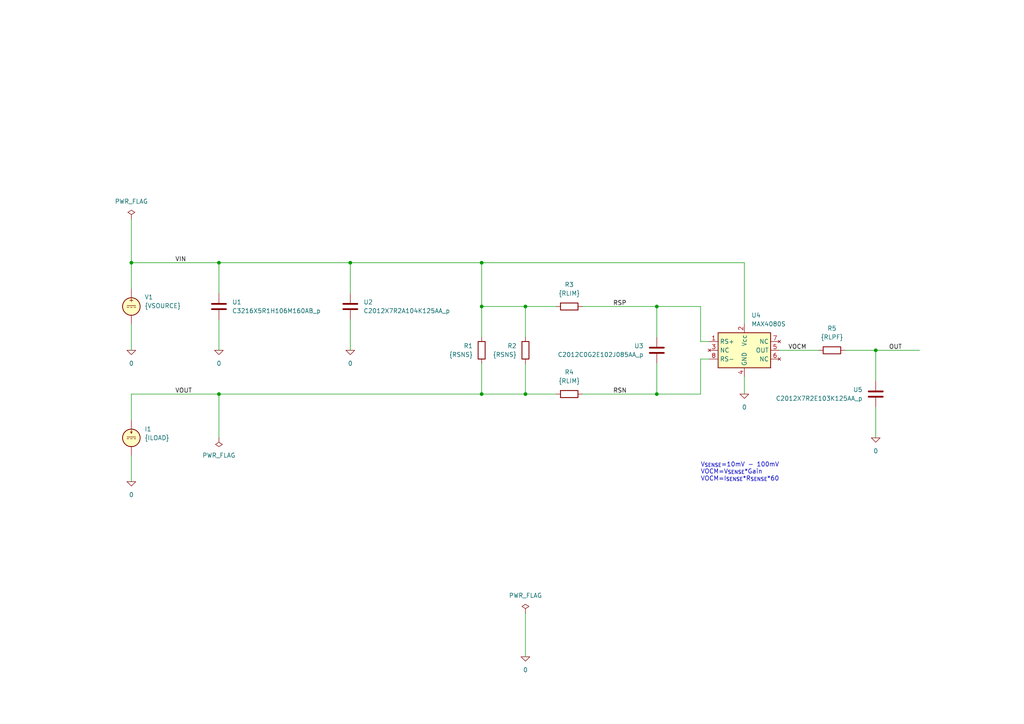
<source format=kicad_sch>
(kicad_sch
	(version 20231120)
	(generator "eeschema")
	(generator_version "8.0")
	(uuid "7f69f9bb-67db-4e8a-8955-fe2b4df57bc0")
	(paper "A4")
	(title_block
		(title "76V, High-Side, Current-Sense Amplifiers with Voltage Output")
		(date "2024-10-09")
		(rev "1")
		(company "astroelectronic@")
		(comment 1 "-")
		(comment 2 "-")
		(comment 3 "-")
		(comment 4 "AE01001468")
	)
	(lib_symbols
		(symbol "MAX4080S:0"
			(power)
			(pin_names
				(offset 0)
			)
			(exclude_from_sim no)
			(in_bom yes)
			(on_board yes)
			(property "Reference" "#GND"
				(at 0 -2.54 0)
				(effects
					(font
						(size 1.27 1.27)
					)
					(hide yes)
				)
			)
			(property "Value" "0"
				(at 0 -1.778 0)
				(effects
					(font
						(size 1.27 1.27)
					)
				)
			)
			(property "Footprint" ""
				(at 0 0 0)
				(effects
					(font
						(size 1.27 1.27)
					)
					(hide yes)
				)
			)
			(property "Datasheet" "~"
				(at 0 0 0)
				(effects
					(font
						(size 1.27 1.27)
					)
					(hide yes)
				)
			)
			(property "Description" "0V reference potential for simulation"
				(at 0 0 0)
				(effects
					(font
						(size 1.27 1.27)
					)
					(hide yes)
				)
			)
			(property "ki_keywords" "simulation"
				(at 0 0 0)
				(effects
					(font
						(size 1.27 1.27)
					)
					(hide yes)
				)
			)
			(symbol "0_0_1"
				(polyline
					(pts
						(xy -1.27 0) (xy 0 -1.27) (xy 1.27 0) (xy -1.27 0)
					)
					(stroke
						(width 0)
						(type default)
					)
					(fill
						(type none)
					)
				)
			)
			(symbol "0_1_1"
				(pin power_in line
					(at 0 0 0)
					(length 0) hide
					(name "0"
						(effects
							(font
								(size 1.016 1.016)
							)
						)
					)
					(number "1"
						(effects
							(font
								(size 1.016 1.016)
							)
						)
					)
				)
			)
		)
		(symbol "MAX4080S:C"
			(pin_numbers hide)
			(pin_names
				(offset 0.254)
			)
			(exclude_from_sim no)
			(in_bom yes)
			(on_board yes)
			(property "Reference" "C"
				(at 0.635 2.54 0)
				(effects
					(font
						(size 1.27 1.27)
					)
					(justify left)
				)
			)
			(property "Value" "C"
				(at 0.635 -2.54 0)
				(effects
					(font
						(size 1.27 1.27)
					)
					(justify left)
				)
			)
			(property "Footprint" ""
				(at 0.9652 -3.81 0)
				(effects
					(font
						(size 1.27 1.27)
					)
					(hide yes)
				)
			)
			(property "Datasheet" "~"
				(at 0 0 0)
				(effects
					(font
						(size 1.27 1.27)
					)
					(hide yes)
				)
			)
			(property "Description" "Unpolarized capacitor"
				(at 0 0 0)
				(effects
					(font
						(size 1.27 1.27)
					)
					(hide yes)
				)
			)
			(property "ki_keywords" "cap capacitor"
				(at 0 0 0)
				(effects
					(font
						(size 1.27 1.27)
					)
					(hide yes)
				)
			)
			(property "ki_fp_filters" "C_*"
				(at 0 0 0)
				(effects
					(font
						(size 1.27 1.27)
					)
					(hide yes)
				)
			)
			(symbol "C_0_1"
				(polyline
					(pts
						(xy -2.032 -0.762) (xy 2.032 -0.762)
					)
					(stroke
						(width 0.508)
						(type default)
					)
					(fill
						(type none)
					)
				)
				(polyline
					(pts
						(xy -2.032 0.762) (xy 2.032 0.762)
					)
					(stroke
						(width 0.508)
						(type default)
					)
					(fill
						(type none)
					)
				)
			)
			(symbol "C_1_1"
				(pin passive line
					(at 0 3.81 270)
					(length 2.794)
					(name "~"
						(effects
							(font
								(size 1.27 1.27)
							)
						)
					)
					(number "1"
						(effects
							(font
								(size 1.27 1.27)
							)
						)
					)
				)
				(pin passive line
					(at 0 -3.81 90)
					(length 2.794)
					(name "~"
						(effects
							(font
								(size 1.27 1.27)
							)
						)
					)
					(number "2"
						(effects
							(font
								(size 1.27 1.27)
							)
						)
					)
				)
			)
		)
		(symbol "MAX4080S:IDC"
			(pin_numbers hide)
			(pin_names
				(offset 0.0254)
			)
			(exclude_from_sim no)
			(in_bom yes)
			(on_board yes)
			(property "Reference" "I"
				(at 2.54 2.54 0)
				(effects
					(font
						(size 1.27 1.27)
					)
					(justify left)
				)
			)
			(property "Value" "1"
				(at 2.54 0 0)
				(effects
					(font
						(size 1.27 1.27)
					)
					(justify left)
				)
			)
			(property "Footprint" ""
				(at 0 0 0)
				(effects
					(font
						(size 1.27 1.27)
					)
					(hide yes)
				)
			)
			(property "Datasheet" "~"
				(at 0 0 0)
				(effects
					(font
						(size 1.27 1.27)
					)
					(hide yes)
				)
			)
			(property "Description" "Current source, DC"
				(at 0 0 0)
				(effects
					(font
						(size 1.27 1.27)
					)
					(hide yes)
				)
			)
			(property "Sim.Pins" "1=+ 2=-"
				(at 0 0 0)
				(effects
					(font
						(size 1.27 1.27)
					)
					(hide yes)
				)
			)
			(property "Sim.Type" "DC"
				(at 0 0 0)
				(effects
					(font
						(size 1.27 1.27)
					)
					(hide yes)
				)
			)
			(property "Sim.Device" "I"
				(at 0 0 0)
				(effects
					(font
						(size 1.27 1.27)
					)
					(justify left)
					(hide yes)
				)
			)
			(property "Spice_Netlist_Enabled" "Y"
				(at 0 0 0)
				(effects
					(font
						(size 1.27 1.27)
					)
					(justify left)
					(hide yes)
				)
			)
			(property "ki_keywords" "simulation"
				(at 0 0 0)
				(effects
					(font
						(size 1.27 1.27)
					)
					(hide yes)
				)
			)
			(symbol "IDC_0_0"
				(polyline
					(pts
						(xy -1.27 0.254) (xy 1.27 0.254)
					)
					(stroke
						(width 0)
						(type default)
					)
					(fill
						(type none)
					)
				)
				(polyline
					(pts
						(xy -0.762 -0.254) (xy -1.27 -0.254)
					)
					(stroke
						(width 0)
						(type default)
					)
					(fill
						(type none)
					)
				)
				(polyline
					(pts
						(xy 0.254 -0.254) (xy -0.254 -0.254)
					)
					(stroke
						(width 0)
						(type default)
					)
					(fill
						(type none)
					)
				)
				(polyline
					(pts
						(xy 1.27 -0.254) (xy 0.762 -0.254)
					)
					(stroke
						(width 0)
						(type default)
					)
					(fill
						(type none)
					)
				)
			)
			(symbol "IDC_0_1"
				(polyline
					(pts
						(xy 0 1.27) (xy 0 2.286)
					)
					(stroke
						(width 0)
						(type default)
					)
					(fill
						(type none)
					)
				)
				(polyline
					(pts
						(xy -0.254 1.778) (xy 0 1.27) (xy 0.254 1.778)
					)
					(stroke
						(width 0)
						(type default)
					)
					(fill
						(type none)
					)
				)
				(circle
					(center 0 0)
					(radius 2.54)
					(stroke
						(width 0.254)
						(type default)
					)
					(fill
						(type background)
					)
				)
			)
			(symbol "IDC_1_1"
				(pin passive line
					(at 0 5.08 270)
					(length 2.54)
					(name "~"
						(effects
							(font
								(size 1.27 1.27)
							)
						)
					)
					(number "1"
						(effects
							(font
								(size 1.27 1.27)
							)
						)
					)
				)
				(pin passive line
					(at 0 -5.08 90)
					(length 2.54)
					(name "~"
						(effects
							(font
								(size 1.27 1.27)
							)
						)
					)
					(number "2"
						(effects
							(font
								(size 1.27 1.27)
							)
						)
					)
				)
			)
		)
		(symbol "MAX4080S:MAX4080S"
			(exclude_from_sim no)
			(in_bom yes)
			(on_board yes)
			(property "Reference" "U"
				(at -7.62 6.35 0)
				(effects
					(font
						(size 1.27 1.27)
					)
					(justify left)
				)
			)
			(property "Value" "MAX4080S"
				(at 2.54 6.35 0)
				(effects
					(font
						(size 1.27 1.27)
					)
					(justify left)
				)
			)
			(property "Footprint" ""
				(at 16.51 -17.78 0)
				(effects
					(font
						(size 1.27 1.27)
					)
					(hide yes)
				)
			)
			(property "Datasheet" "http://datasheets.maximintegrated.com/en/ds/MAX4080-MAX4081.pdf"
				(at 0 10.16 0)
				(effects
					(font
						(size 1.27 1.27)
					)
					(hide yes)
				)
			)
			(property "Description" "76V, High-Side, Current-Sense Amplifiers with Voltage Output, Unidirectional, 5V/V Gain, SOIC-8/uMAX-8"
				(at 0 0 0)
				(effects
					(font
						(size 1.27 1.27)
					)
					(hide yes)
				)
			)
			(property "ki_keywords" "current sense amplifier"
				(at 0 0 0)
				(effects
					(font
						(size 1.27 1.27)
					)
					(hide yes)
				)
			)
			(property "ki_fp_filters" "SOIC*3.9x4.9mm*P1.27mm* MSOP*3x3mm*P0.65mm*"
				(at 0 0 0)
				(effects
					(font
						(size 1.27 1.27)
					)
					(hide yes)
				)
			)
			(symbol "MAX4080S_0_1"
				(rectangle
					(start -7.62 5.08)
					(end 7.62 -5.08)
					(stroke
						(width 0.254)
						(type default)
					)
					(fill
						(type background)
					)
				)
			)
			(symbol "MAX4080S_1_1"
				(pin passive line
					(at -10.16 2.54 0)
					(length 2.54)
					(name "RS+"
						(effects
							(font
								(size 1.27 1.27)
							)
						)
					)
					(number "1"
						(effects
							(font
								(size 1.27 1.27)
							)
						)
					)
				)
				(pin passive line
					(at 0 7.62 270)
					(length 2.54)
					(name "Vcc"
						(effects
							(font
								(size 1.27 1.27)
							)
						)
					)
					(number "2"
						(effects
							(font
								(size 1.27 1.27)
							)
						)
					)
				)
				(pin no_connect line
					(at -10.16 0 0)
					(length 2.54)
					(name "NC"
						(effects
							(font
								(size 1.27 1.27)
							)
						)
					)
					(number "3"
						(effects
							(font
								(size 1.27 1.27)
							)
						)
					)
				)
				(pin passive line
					(at 0 -7.62 90)
					(length 2.54)
					(name "GND"
						(effects
							(font
								(size 1.27 1.27)
							)
						)
					)
					(number "4"
						(effects
							(font
								(size 1.27 1.27)
							)
						)
					)
				)
				(pin passive line
					(at 10.16 0 180)
					(length 2.54)
					(name "OUT"
						(effects
							(font
								(size 1.27 1.27)
							)
						)
					)
					(number "5"
						(effects
							(font
								(size 1.27 1.27)
							)
						)
					)
				)
				(pin no_connect line
					(at 10.16 -2.54 180)
					(length 2.54)
					(name "NC"
						(effects
							(font
								(size 1.27 1.27)
							)
						)
					)
					(number "6"
						(effects
							(font
								(size 1.27 1.27)
							)
						)
					)
				)
				(pin no_connect line
					(at 10.16 2.54 180)
					(length 2.54)
					(name "NC"
						(effects
							(font
								(size 1.27 1.27)
							)
						)
					)
					(number "7"
						(effects
							(font
								(size 1.27 1.27)
							)
						)
					)
				)
				(pin passive line
					(at -10.16 -2.54 0)
					(length 2.54)
					(name "RS-"
						(effects
							(font
								(size 1.27 1.27)
							)
						)
					)
					(number "8"
						(effects
							(font
								(size 1.27 1.27)
							)
						)
					)
				)
			)
		)
		(symbol "MAX4080S:PWR_FLAG"
			(power)
			(pin_numbers hide)
			(pin_names
				(offset 0) hide)
			(exclude_from_sim no)
			(in_bom yes)
			(on_board yes)
			(property "Reference" "#FLG"
				(at 0 1.905 0)
				(effects
					(font
						(size 1.27 1.27)
					)
					(hide yes)
				)
			)
			(property "Value" "PWR_FLAG"
				(at 0 3.81 0)
				(effects
					(font
						(size 1.27 1.27)
					)
				)
			)
			(property "Footprint" ""
				(at 0 0 0)
				(effects
					(font
						(size 1.27 1.27)
					)
					(hide yes)
				)
			)
			(property "Datasheet" "~"
				(at 0 0 0)
				(effects
					(font
						(size 1.27 1.27)
					)
					(hide yes)
				)
			)
			(property "Description" "Special symbol for telling ERC where power comes from"
				(at 0 0 0)
				(effects
					(font
						(size 1.27 1.27)
					)
					(hide yes)
				)
			)
			(property "ki_keywords" "flag power"
				(at 0 0 0)
				(effects
					(font
						(size 1.27 1.27)
					)
					(hide yes)
				)
			)
			(symbol "PWR_FLAG_0_0"
				(pin power_out line
					(at 0 0 90)
					(length 0)
					(name "pwr"
						(effects
							(font
								(size 1.27 1.27)
							)
						)
					)
					(number "1"
						(effects
							(font
								(size 1.27 1.27)
							)
						)
					)
				)
			)
			(symbol "PWR_FLAG_0_1"
				(polyline
					(pts
						(xy 0 0) (xy 0 1.27) (xy -1.016 1.905) (xy 0 2.54) (xy 1.016 1.905) (xy 0 1.27)
					)
					(stroke
						(width 0)
						(type default)
					)
					(fill
						(type none)
					)
				)
			)
		)
		(symbol "MAX4080S:R"
			(pin_numbers hide)
			(pin_names
				(offset 0)
			)
			(exclude_from_sim no)
			(in_bom yes)
			(on_board yes)
			(property "Reference" "R"
				(at 2.032 0 90)
				(effects
					(font
						(size 1.27 1.27)
					)
				)
			)
			(property "Value" "R"
				(at 0 0 90)
				(effects
					(font
						(size 1.27 1.27)
					)
				)
			)
			(property "Footprint" ""
				(at -1.778 0 90)
				(effects
					(font
						(size 1.27 1.27)
					)
					(hide yes)
				)
			)
			(property "Datasheet" "~"
				(at 0 0 0)
				(effects
					(font
						(size 1.27 1.27)
					)
					(hide yes)
				)
			)
			(property "Description" "Resistor"
				(at 0 0 0)
				(effects
					(font
						(size 1.27 1.27)
					)
					(hide yes)
				)
			)
			(property "ki_keywords" "R res resistor"
				(at 0 0 0)
				(effects
					(font
						(size 1.27 1.27)
					)
					(hide yes)
				)
			)
			(property "ki_fp_filters" "R_*"
				(at 0 0 0)
				(effects
					(font
						(size 1.27 1.27)
					)
					(hide yes)
				)
			)
			(symbol "R_0_1"
				(rectangle
					(start -1.016 -2.54)
					(end 1.016 2.54)
					(stroke
						(width 0.254)
						(type default)
					)
					(fill
						(type none)
					)
				)
			)
			(symbol "R_1_1"
				(pin passive line
					(at 0 3.81 270)
					(length 1.27)
					(name "~"
						(effects
							(font
								(size 1.27 1.27)
							)
						)
					)
					(number "1"
						(effects
							(font
								(size 1.27 1.27)
							)
						)
					)
				)
				(pin passive line
					(at 0 -3.81 90)
					(length 1.27)
					(name "~"
						(effects
							(font
								(size 1.27 1.27)
							)
						)
					)
					(number "2"
						(effects
							(font
								(size 1.27 1.27)
							)
						)
					)
				)
			)
		)
		(symbol "MAX4080S:VDC"
			(pin_numbers hide)
			(pin_names
				(offset 0.0254)
			)
			(exclude_from_sim no)
			(in_bom yes)
			(on_board yes)
			(property "Reference" "V"
				(at 2.54 2.54 0)
				(effects
					(font
						(size 1.27 1.27)
					)
					(justify left)
				)
			)
			(property "Value" "1"
				(at 2.54 0 0)
				(effects
					(font
						(size 1.27 1.27)
					)
					(justify left)
				)
			)
			(property "Footprint" ""
				(at 0 0 0)
				(effects
					(font
						(size 1.27 1.27)
					)
					(hide yes)
				)
			)
			(property "Datasheet" "~"
				(at 0 0 0)
				(effects
					(font
						(size 1.27 1.27)
					)
					(hide yes)
				)
			)
			(property "Description" "Voltage source, DC"
				(at 0 0 0)
				(effects
					(font
						(size 1.27 1.27)
					)
					(hide yes)
				)
			)
			(property "Sim.Pins" "1=+ 2=-"
				(at 0 0 0)
				(effects
					(font
						(size 1.27 1.27)
					)
					(hide yes)
				)
			)
			(property "Sim.Type" "DC"
				(at 0 0 0)
				(effects
					(font
						(size 1.27 1.27)
					)
					(hide yes)
				)
			)
			(property "Sim.Device" "V"
				(at 0 0 0)
				(effects
					(font
						(size 1.27 1.27)
					)
					(justify left)
					(hide yes)
				)
			)
			(property "Spice_Netlist_Enabled" "Y"
				(at 0 0 0)
				(effects
					(font
						(size 1.27 1.27)
					)
					(justify left)
					(hide yes)
				)
			)
			(property "ki_keywords" "simulation"
				(at 0 0 0)
				(effects
					(font
						(size 1.27 1.27)
					)
					(hide yes)
				)
			)
			(symbol "VDC_0_0"
				(polyline
					(pts
						(xy -1.27 0.254) (xy 1.27 0.254)
					)
					(stroke
						(width 0)
						(type default)
					)
					(fill
						(type none)
					)
				)
				(polyline
					(pts
						(xy -0.762 -0.254) (xy -1.27 -0.254)
					)
					(stroke
						(width 0)
						(type default)
					)
					(fill
						(type none)
					)
				)
				(polyline
					(pts
						(xy 0.254 -0.254) (xy -0.254 -0.254)
					)
					(stroke
						(width 0)
						(type default)
					)
					(fill
						(type none)
					)
				)
				(polyline
					(pts
						(xy 1.27 -0.254) (xy 0.762 -0.254)
					)
					(stroke
						(width 0)
						(type default)
					)
					(fill
						(type none)
					)
				)
				(text "+"
					(at 0 1.905 0)
					(effects
						(font
							(size 1.27 1.27)
						)
					)
				)
			)
			(symbol "VDC_0_1"
				(circle
					(center 0 0)
					(radius 2.54)
					(stroke
						(width 0.254)
						(type default)
					)
					(fill
						(type background)
					)
				)
			)
			(symbol "VDC_1_1"
				(pin passive line
					(at 0 5.08 270)
					(length 2.54)
					(name "~"
						(effects
							(font
								(size 1.27 1.27)
							)
						)
					)
					(number "1"
						(effects
							(font
								(size 1.27 1.27)
							)
						)
					)
				)
				(pin passive line
					(at 0 -5.08 90)
					(length 2.54)
					(name "~"
						(effects
							(font
								(size 1.27 1.27)
							)
						)
					)
					(number "2"
						(effects
							(font
								(size 1.27 1.27)
							)
						)
					)
				)
			)
		)
	)
	(junction
		(at 63.5 76.2)
		(diameter 0)
		(color 0 0 0 0)
		(uuid "02460e1e-5cb5-4e1b-8092-24c9d93445d1")
	)
	(junction
		(at 152.4 88.9)
		(diameter 0)
		(color 0 0 0 0)
		(uuid "16e4f8d8-bc64-414f-a7d1-40823c1ed56d")
	)
	(junction
		(at 139.7 76.2)
		(diameter 0)
		(color 0 0 0 0)
		(uuid "471c82d8-5a53-4735-b8ac-985cb47f64b5")
	)
	(junction
		(at 152.4 114.3)
		(diameter 0)
		(color 0 0 0 0)
		(uuid "5303665b-5217-453c-90ba-c09c96009326")
	)
	(junction
		(at 38.1 76.2)
		(diameter 0)
		(color 0 0 0 0)
		(uuid "75fd4fd2-7d1c-4f55-b4c0-307a3dff41b5")
	)
	(junction
		(at 139.7 88.9)
		(diameter 0)
		(color 0 0 0 0)
		(uuid "87c8d5ff-ae40-4860-9c4d-511cd5305f94")
	)
	(junction
		(at 139.7 114.3)
		(diameter 0)
		(color 0 0 0 0)
		(uuid "89d25a62-804b-40de-b44d-9657880dcfc7")
	)
	(junction
		(at 190.5 114.3)
		(diameter 0)
		(color 0 0 0 0)
		(uuid "a0ace739-230c-42d8-9dff-6be671571f82")
	)
	(junction
		(at 101.6 76.2)
		(diameter 0)
		(color 0 0 0 0)
		(uuid "b0fbb74d-1710-40ef-b52e-a4c4520f1c29")
	)
	(junction
		(at 63.5 114.3)
		(diameter 0)
		(color 0 0 0 0)
		(uuid "c1c181f7-d5fd-4062-add4-b6fb5643f787")
	)
	(junction
		(at 254 101.6)
		(diameter 0)
		(color 0 0 0 0)
		(uuid "d416e7aa-6663-4df7-a7e3-b9b0be1d3a57")
	)
	(junction
		(at 190.5 88.9)
		(diameter 0)
		(color 0 0 0 0)
		(uuid "e936ff93-affa-4500-a742-eb4a87453d67")
	)
	(wire
		(pts
			(xy 139.7 88.9) (xy 139.7 76.2)
		)
		(stroke
			(width 0)
			(type default)
		)
		(uuid "07e52868-d980-466a-8c85-944265b076dd")
	)
	(wire
		(pts
			(xy 152.4 114.3) (xy 152.4 105.41)
		)
		(stroke
			(width 0)
			(type default)
		)
		(uuid "1c0a3026-d64d-46f8-9bd2-ea58d72c5b22")
	)
	(wire
		(pts
			(xy 63.5 114.3) (xy 139.7 114.3)
		)
		(stroke
			(width 0)
			(type default)
		)
		(uuid "1ca77033-fe08-4c1b-9525-8e0e4b72e5ce")
	)
	(wire
		(pts
			(xy 215.9 76.2) (xy 215.9 93.98)
		)
		(stroke
			(width 0)
			(type default)
		)
		(uuid "2610858b-1853-4871-b2b3-d361f9676bd1")
	)
	(wire
		(pts
			(xy 139.7 105.41) (xy 139.7 114.3)
		)
		(stroke
			(width 0)
			(type default)
		)
		(uuid "28909795-cbbb-4e5f-b755-281b5c937bf5")
	)
	(wire
		(pts
			(xy 38.1 76.2) (xy 63.5 76.2)
		)
		(stroke
			(width 0)
			(type default)
		)
		(uuid "2f432cdd-5b10-4787-9a6c-dd2f55046df2")
	)
	(wire
		(pts
			(xy 203.2 104.14) (xy 205.74 104.14)
		)
		(stroke
			(width 0)
			(type default)
		)
		(uuid "3831ffbf-76d0-4d22-8a29-e259e9addb08")
	)
	(wire
		(pts
			(xy 152.4 114.3) (xy 161.29 114.3)
		)
		(stroke
			(width 0)
			(type default)
		)
		(uuid "3aaa3681-3c01-4785-9b16-48abd823ac03")
	)
	(wire
		(pts
			(xy 152.4 88.9) (xy 161.29 88.9)
		)
		(stroke
			(width 0)
			(type default)
		)
		(uuid "3c40ca1a-cbff-4445-a96b-8f2c5f5d363c")
	)
	(wire
		(pts
			(xy 139.7 88.9) (xy 152.4 88.9)
		)
		(stroke
			(width 0)
			(type default)
		)
		(uuid "3f4d9e35-09e4-402d-96a4-dc8c268ba03c")
	)
	(wire
		(pts
			(xy 38.1 114.3) (xy 63.5 114.3)
		)
		(stroke
			(width 0)
			(type default)
		)
		(uuid "43cc4163-cda6-4bce-98ff-7324bbe562d7")
	)
	(wire
		(pts
			(xy 254 118.11) (xy 254 127)
		)
		(stroke
			(width 0)
			(type default)
		)
		(uuid "4a1b9e9e-cbda-4ae9-8724-f5b41dd0cfa5")
	)
	(wire
		(pts
			(xy 152.4 88.9) (xy 152.4 97.79)
		)
		(stroke
			(width 0)
			(type default)
		)
		(uuid "4a53fd68-391b-4cc4-b03d-faeab6d41bd9")
	)
	(wire
		(pts
			(xy 203.2 114.3) (xy 203.2 104.14)
		)
		(stroke
			(width 0)
			(type default)
		)
		(uuid "4a8ce721-cdbc-4ec8-a623-7dc6bd888657")
	)
	(wire
		(pts
			(xy 38.1 114.3) (xy 38.1 121.92)
		)
		(stroke
			(width 0)
			(type default)
		)
		(uuid "556411dd-6b13-46c5-8ee2-380131085be7")
	)
	(wire
		(pts
			(xy 139.7 97.79) (xy 139.7 88.9)
		)
		(stroke
			(width 0)
			(type default)
		)
		(uuid "59a69007-5d87-48bc-bba7-75245d470b2e")
	)
	(wire
		(pts
			(xy 139.7 76.2) (xy 215.9 76.2)
		)
		(stroke
			(width 0)
			(type default)
		)
		(uuid "5feab5fe-beb5-4a74-a006-abbc9be7b0dc")
	)
	(wire
		(pts
			(xy 190.5 88.9) (xy 190.5 97.79)
		)
		(stroke
			(width 0)
			(type default)
		)
		(uuid "65cab08d-7daa-4974-82c9-6e958662b6e3")
	)
	(wire
		(pts
			(xy 205.74 99.06) (xy 203.2 99.06)
		)
		(stroke
			(width 0)
			(type default)
		)
		(uuid "65fdc14e-7e22-4bce-b1e0-018c5f15e0c3")
	)
	(wire
		(pts
			(xy 101.6 92.71) (xy 101.6 101.6)
		)
		(stroke
			(width 0)
			(type default)
		)
		(uuid "6cc3fae6-0591-4d95-8704-0aa0054c177c")
	)
	(wire
		(pts
			(xy 190.5 114.3) (xy 203.2 114.3)
		)
		(stroke
			(width 0)
			(type default)
		)
		(uuid "70dc622e-9f63-4630-858b-73c5bc1be8b8")
	)
	(wire
		(pts
			(xy 101.6 76.2) (xy 101.6 85.09)
		)
		(stroke
			(width 0)
			(type default)
		)
		(uuid "71bebfb5-9010-4034-85d4-fb9bc2c93a5d")
	)
	(wire
		(pts
			(xy 38.1 132.08) (xy 38.1 139.7)
		)
		(stroke
			(width 0)
			(type default)
		)
		(uuid "72d72a75-f4fe-4cb2-9f80-44cdc2395898")
	)
	(wire
		(pts
			(xy 38.1 83.82) (xy 38.1 76.2)
		)
		(stroke
			(width 0)
			(type default)
		)
		(uuid "8402a31d-6190-49a0-a1e2-c54367137bb8")
	)
	(wire
		(pts
			(xy 254 110.49) (xy 254 101.6)
		)
		(stroke
			(width 0)
			(type default)
		)
		(uuid "8566f662-5804-4769-92a9-3ea9bafff2b1")
	)
	(wire
		(pts
			(xy 254 101.6) (xy 245.11 101.6)
		)
		(stroke
			(width 0)
			(type default)
		)
		(uuid "899928ea-4aed-4f8e-98e3-a2afbbbb93e2")
	)
	(wire
		(pts
			(xy 215.9 109.22) (xy 215.9 114.3)
		)
		(stroke
			(width 0)
			(type default)
		)
		(uuid "8c5cfb79-2b77-4fce-80c4-7165867e0f4a")
	)
	(wire
		(pts
			(xy 63.5 92.71) (xy 63.5 101.6)
		)
		(stroke
			(width 0)
			(type default)
		)
		(uuid "8e02033e-2249-425b-9b71-082df1f71d2c")
	)
	(wire
		(pts
			(xy 63.5 114.3) (xy 63.5 127)
		)
		(stroke
			(width 0)
			(type default)
		)
		(uuid "914ac125-a170-4e8a-9f26-839a8b637d3a")
	)
	(wire
		(pts
			(xy 168.91 88.9) (xy 190.5 88.9)
		)
		(stroke
			(width 0)
			(type default)
		)
		(uuid "96c396e0-c361-434c-a348-97486f671179")
	)
	(wire
		(pts
			(xy 254 101.6) (xy 266.7 101.6)
		)
		(stroke
			(width 0)
			(type default)
		)
		(uuid "9a868e81-3c31-4c00-9bfb-e17cae17d7b5")
	)
	(wire
		(pts
			(xy 139.7 114.3) (xy 152.4 114.3)
		)
		(stroke
			(width 0)
			(type default)
		)
		(uuid "a35b834e-6151-4e9a-8b1f-bd20a074dbb3")
	)
	(wire
		(pts
			(xy 38.1 63.5) (xy 38.1 76.2)
		)
		(stroke
			(width 0)
			(type default)
		)
		(uuid "a7fa8484-15c3-4dab-a3a5-a43bca80d4c6")
	)
	(wire
		(pts
			(xy 101.6 76.2) (xy 139.7 76.2)
		)
		(stroke
			(width 0)
			(type default)
		)
		(uuid "bb5b0ee8-33e9-47bd-89dd-1ca08badc754")
	)
	(wire
		(pts
			(xy 168.91 114.3) (xy 190.5 114.3)
		)
		(stroke
			(width 0)
			(type default)
		)
		(uuid "bd9e64aa-6072-4586-a7ce-7efe788c9f5c")
	)
	(wire
		(pts
			(xy 190.5 114.3) (xy 190.5 105.41)
		)
		(stroke
			(width 0)
			(type default)
		)
		(uuid "bef64633-c4dc-4c90-a162-4c271664e9cf")
	)
	(wire
		(pts
			(xy 152.4 177.8) (xy 152.4 190.5)
		)
		(stroke
			(width 0)
			(type default)
		)
		(uuid "c294f940-172e-4d22-9cb1-e78e6c74b03c")
	)
	(wire
		(pts
			(xy 63.5 76.2) (xy 101.6 76.2)
		)
		(stroke
			(width 0)
			(type default)
		)
		(uuid "c2bb71b4-dd67-4326-8ac8-358b971346ba")
	)
	(wire
		(pts
			(xy 203.2 99.06) (xy 203.2 88.9)
		)
		(stroke
			(width 0)
			(type default)
		)
		(uuid "d242c1f9-6e88-4710-8fdc-817390d19b87")
	)
	(wire
		(pts
			(xy 63.5 76.2) (xy 63.5 85.09)
		)
		(stroke
			(width 0)
			(type default)
		)
		(uuid "d981b42f-7ca5-4f59-8fe2-3a43ed37be5d")
	)
	(wire
		(pts
			(xy 38.1 93.98) (xy 38.1 101.6)
		)
		(stroke
			(width 0)
			(type default)
		)
		(uuid "dbe252f0-f1d9-4934-aab8-b9233e8ece00")
	)
	(wire
		(pts
			(xy 190.5 88.9) (xy 203.2 88.9)
		)
		(stroke
			(width 0)
			(type default)
		)
		(uuid "fb4219fa-47da-46b0-a19b-775fc832b24e")
	)
	(wire
		(pts
			(xy 226.06 101.6) (xy 237.49 101.6)
		)
		(stroke
			(width 0)
			(type default)
		)
		(uuid "fe388e42-ad04-4dc6-9f0d-d0fc72af76a9")
	)
	(text "V_{SENSE}=10mV - 100mV\nVOCM=V_{SENSE}*Gain\nVOCM=I_{SENSE}*R_{SENSE}*60"
		(exclude_from_sim no)
		(at 203.2 139.7 0)
		(effects
			(font
				(size 1.27 1.27)
			)
			(justify left bottom)
		)
		(uuid "83e838af-018c-4c94-98d5-e16d28c3130a")
	)
	(label "VIN"
		(at 50.8 76.2 0)
		(fields_autoplaced yes)
		(effects
			(font
				(size 1.27 1.27)
			)
			(justify left bottom)
		)
		(uuid "33e1f53d-ae24-4a1e-9021-c639489960be")
	)
	(label "RSP"
		(at 177.8 88.9 0)
		(fields_autoplaced yes)
		(effects
			(font
				(size 1.27 1.27)
			)
			(justify left bottom)
		)
		(uuid "875b4da3-c90b-481c-8fbe-4e525e59c7d8")
	)
	(label "OUT"
		(at 257.81 101.6 0)
		(fields_autoplaced yes)
		(effects
			(font
				(size 1.27 1.27)
			)
			(justify left bottom)
		)
		(uuid "9d37641f-cfed-46d9-b90f-63a52249d0ac")
	)
	(label "VOCM"
		(at 228.6 101.6 0)
		(fields_autoplaced yes)
		(effects
			(font
				(size 1.27 1.27)
			)
			(justify left bottom)
		)
		(uuid "ca6c4da8-b2e2-467d-b6d7-97d8b4c8e06e")
	)
	(label "RSN"
		(at 177.8 114.3 0)
		(fields_autoplaced yes)
		(effects
			(font
				(size 1.27 1.27)
			)
			(justify left bottom)
		)
		(uuid "eaf18ac4-55de-40ed-981f-ab40e20b9fed")
	)
	(label "VOUT"
		(at 50.8 114.3 0)
		(fields_autoplaced yes)
		(effects
			(font
				(size 1.27 1.27)
			)
			(justify left bottom)
		)
		(uuid "fb71ba86-c425-4bd3-a558-258fafc03f36")
	)
	(symbol
		(lib_id "MAX4080S:0")
		(at 38.1 101.6 0)
		(unit 1)
		(exclude_from_sim no)
		(in_bom yes)
		(on_board yes)
		(dnp no)
		(fields_autoplaced yes)
		(uuid "08075323-7309-4ef6-b3df-8d237bea16c0")
		(property "Reference" "#GND01"
			(at 38.1 104.14 0)
			(effects
				(font
					(size 1.27 1.27)
				)
				(hide yes)
			)
		)
		(property "Value" "0"
			(at 38.1 105.41 0)
			(effects
				(font
					(size 1.27 1.27)
				)
			)
		)
		(property "Footprint" ""
			(at 38.1 101.6 0)
			(effects
				(font
					(size 1.27 1.27)
				)
				(hide yes)
			)
		)
		(property "Datasheet" "~"
			(at 38.1 101.6 0)
			(effects
				(font
					(size 1.27 1.27)
				)
				(hide yes)
			)
		)
		(property "Description" ""
			(at 38.1 101.6 0)
			(effects
				(font
					(size 1.27 1.27)
				)
				(hide yes)
			)
		)
		(pin "1"
			(uuid "7c0833cb-e00a-403e-8dab-f73364348d26")
		)
		(instances
			(project "MAX4080S"
				(path "/7f69f9bb-67db-4e8a-8955-fe2b4df57bc0"
					(reference "#GND01")
					(unit 1)
				)
			)
		)
	)
	(symbol
		(lib_id "MAX4080S:0")
		(at 101.6 101.6 0)
		(unit 1)
		(exclude_from_sim no)
		(in_bom yes)
		(on_board yes)
		(dnp no)
		(fields_autoplaced yes)
		(uuid "09204ffb-7959-4386-8dc9-00f34e641f3f")
		(property "Reference" "#GND04"
			(at 101.6 104.14 0)
			(effects
				(font
					(size 1.27 1.27)
				)
				(hide yes)
			)
		)
		(property "Value" "0"
			(at 101.6 105.41 0)
			(effects
				(font
					(size 1.27 1.27)
				)
			)
		)
		(property "Footprint" ""
			(at 101.6 101.6 0)
			(effects
				(font
					(size 1.27 1.27)
				)
				(hide yes)
			)
		)
		(property "Datasheet" "~"
			(at 101.6 101.6 0)
			(effects
				(font
					(size 1.27 1.27)
				)
				(hide yes)
			)
		)
		(property "Description" ""
			(at 101.6 101.6 0)
			(effects
				(font
					(size 1.27 1.27)
				)
				(hide yes)
			)
		)
		(pin "1"
			(uuid "efd7127c-5775-4dde-a375-a19aea2c277a")
		)
		(instances
			(project "MAX4080S"
				(path "/7f69f9bb-67db-4e8a-8955-fe2b4df57bc0"
					(reference "#GND04")
					(unit 1)
				)
			)
		)
	)
	(symbol
		(lib_id "MAX4080S:R")
		(at 241.3 101.6 90)
		(unit 1)
		(exclude_from_sim no)
		(in_bom yes)
		(on_board yes)
		(dnp no)
		(fields_autoplaced yes)
		(uuid "42dcbf95-cb87-4ffe-bcf4-5b8f7a2c38b4")
		(property "Reference" "R5"
			(at 241.3 95.25 90)
			(effects
				(font
					(size 1.27 1.27)
				)
			)
		)
		(property "Value" "{RLPF}"
			(at 241.3 97.79 90)
			(effects
				(font
					(size 1.27 1.27)
				)
			)
		)
		(property "Footprint" ""
			(at 241.3 103.378 90)
			(effects
				(font
					(size 1.27 1.27)
				)
				(hide yes)
			)
		)
		(property "Datasheet" "~"
			(at 241.3 101.6 0)
			(effects
				(font
					(size 1.27 1.27)
				)
				(hide yes)
			)
		)
		(property "Description" ""
			(at 241.3 101.6 0)
			(effects
				(font
					(size 1.27 1.27)
				)
				(hide yes)
			)
		)
		(pin "1"
			(uuid "4d511399-6ae1-4a78-9bb5-854da6725c83")
		)
		(pin "2"
			(uuid "6b1e10bf-35a9-4a90-beaf-0cf908fff972")
		)
		(instances
			(project "MAX4080S"
				(path "/7f69f9bb-67db-4e8a-8955-fe2b4df57bc0"
					(reference "R5")
					(unit 1)
				)
			)
		)
	)
	(symbol
		(lib_id "MAX4080S:R")
		(at 165.1 114.3 90)
		(unit 1)
		(exclude_from_sim no)
		(in_bom yes)
		(on_board yes)
		(dnp no)
		(fields_autoplaced yes)
		(uuid "433e4609-e849-46b3-bc83-211a00da8d20")
		(property "Reference" "R4"
			(at 165.1 107.95 90)
			(effects
				(font
					(size 1.27 1.27)
				)
			)
		)
		(property "Value" "{RLIM}"
			(at 165.1 110.49 90)
			(effects
				(font
					(size 1.27 1.27)
				)
			)
		)
		(property "Footprint" ""
			(at 165.1 116.078 90)
			(effects
				(font
					(size 1.27 1.27)
				)
				(hide yes)
			)
		)
		(property "Datasheet" "~"
			(at 165.1 114.3 0)
			(effects
				(font
					(size 1.27 1.27)
				)
				(hide yes)
			)
		)
		(property "Description" ""
			(at 165.1 114.3 0)
			(effects
				(font
					(size 1.27 1.27)
				)
				(hide yes)
			)
		)
		(pin "1"
			(uuid "d61d7c20-31f9-4253-a077-b1d5503edb17")
		)
		(pin "2"
			(uuid "c3c33e13-534b-43bc-8a36-37af1fbf3c9c")
		)
		(instances
			(project "MAX4080S"
				(path "/7f69f9bb-67db-4e8a-8955-fe2b4df57bc0"
					(reference "R4")
					(unit 1)
				)
			)
		)
	)
	(symbol
		(lib_id "MAX4080S:PWR_FLAG")
		(at 38.1 63.5 0)
		(unit 1)
		(exclude_from_sim no)
		(in_bom yes)
		(on_board yes)
		(dnp no)
		(fields_autoplaced yes)
		(uuid "44eda5f4-535b-4bf6-ad14-976e5a546ec8")
		(property "Reference" "#FLG01"
			(at 38.1 61.595 0)
			(effects
				(font
					(size 1.27 1.27)
				)
				(hide yes)
			)
		)
		(property "Value" "PWR_FLAG"
			(at 38.1 58.42 0)
			(effects
				(font
					(size 1.27 1.27)
				)
			)
		)
		(property "Footprint" ""
			(at 38.1 63.5 0)
			(effects
				(font
					(size 1.27 1.27)
				)
				(hide yes)
			)
		)
		(property "Datasheet" "~"
			(at 38.1 63.5 0)
			(effects
				(font
					(size 1.27 1.27)
				)
				(hide yes)
			)
		)
		(property "Description" ""
			(at 38.1 63.5 0)
			(effects
				(font
					(size 1.27 1.27)
				)
				(hide yes)
			)
		)
		(pin "1"
			(uuid "03be6461-99ee-4a3d-abff-ff28c74ac718")
		)
		(instances
			(project "MAX4080S"
				(path "/7f69f9bb-67db-4e8a-8955-fe2b4df57bc0"
					(reference "#FLG01")
					(unit 1)
				)
			)
		)
	)
	(symbol
		(lib_id "MAX4080S:PWR_FLAG")
		(at 63.5 127 180)
		(unit 1)
		(exclude_from_sim no)
		(in_bom yes)
		(on_board yes)
		(dnp no)
		(fields_autoplaced yes)
		(uuid "477c4cf4-5893-4699-bf2b-b740314c0d56")
		(property "Reference" "#FLG02"
			(at 63.5 128.905 0)
			(effects
				(font
					(size 1.27 1.27)
				)
				(hide yes)
			)
		)
		(property "Value" "PWR_FLAG"
			(at 63.5 132.08 0)
			(effects
				(font
					(size 1.27 1.27)
				)
			)
		)
		(property "Footprint" ""
			(at 63.5 127 0)
			(effects
				(font
					(size 1.27 1.27)
				)
				(hide yes)
			)
		)
		(property "Datasheet" "~"
			(at 63.5 127 0)
			(effects
				(font
					(size 1.27 1.27)
				)
				(hide yes)
			)
		)
		(property "Description" ""
			(at 63.5 127 0)
			(effects
				(font
					(size 1.27 1.27)
				)
				(hide yes)
			)
		)
		(pin "1"
			(uuid "2dc8558e-c3dc-4de1-bd38-fea7d424eb3d")
		)
		(instances
			(project "MAX4080S"
				(path "/7f69f9bb-67db-4e8a-8955-fe2b4df57bc0"
					(reference "#FLG02")
					(unit 1)
				)
			)
		)
	)
	(symbol
		(lib_name "MAX4080S:VDC")
		(lib_id "MAX4080S:VDC")
		(at 38.1 88.9 0)
		(unit 1)
		(exclude_from_sim no)
		(in_bom yes)
		(on_board yes)
		(dnp no)
		(fields_autoplaced yes)
		(uuid "5837c1dd-7ae7-45f1-833a-16ea117394d0")
		(property "Reference" "V1"
			(at 41.91 86.1701 0)
			(effects
				(font
					(size 1.27 1.27)
				)
				(justify left)
			)
		)
		(property "Value" "{VSOURCE}"
			(at 41.91 88.7101 0)
			(effects
				(font
					(size 1.27 1.27)
				)
				(justify left)
			)
		)
		(property "Footprint" ""
			(at 38.1 88.9 0)
			(effects
				(font
					(size 1.27 1.27)
				)
				(hide yes)
			)
		)
		(property "Datasheet" "~"
			(at 38.1 88.9 0)
			(effects
				(font
					(size 1.27 1.27)
				)
				(hide yes)
			)
		)
		(property "Description" ""
			(at 38.1 88.9 0)
			(effects
				(font
					(size 1.27 1.27)
				)
				(hide yes)
			)
		)
		(property "Sim.Device" "SPICE"
			(at 38.1 88.9 0)
			(effects
				(font
					(size 1.27 1.27)
				)
				(justify left)
				(hide yes)
			)
		)
		(property "Sim.Params" "type=\"V\" model=\"{VSOURCE}\" lib=\"\""
			(at 0 0 0)
			(effects
				(font
					(size 1.27 1.27)
				)
				(hide yes)
			)
		)
		(property "Sim.Pins" "1=1 2=2"
			(at 0 0 0)
			(effects
				(font
					(size 1.27 1.27)
				)
				(hide yes)
			)
		)
		(pin "1"
			(uuid "8aed970a-9681-4365-a434-c30e746a323b")
		)
		(pin "2"
			(uuid "35d9dcd4-6312-4214-b557-e679055d85e9")
		)
		(instances
			(project "MAX4080S"
				(path "/7f69f9bb-67db-4e8a-8955-fe2b4df57bc0"
					(reference "V1")
					(unit 1)
				)
			)
		)
	)
	(symbol
		(lib_id "MAX4080S:0")
		(at 215.9 114.3 0)
		(unit 1)
		(exclude_from_sim no)
		(in_bom yes)
		(on_board yes)
		(dnp no)
		(fields_autoplaced yes)
		(uuid "5bbb330c-da17-4a73-af76-889ae8f4461b")
		(property "Reference" "#GND06"
			(at 215.9 116.84 0)
			(effects
				(font
					(size 1.27 1.27)
				)
				(hide yes)
			)
		)
		(property "Value" "0"
			(at 215.9 118.11 0)
			(effects
				(font
					(size 1.27 1.27)
				)
			)
		)
		(property "Footprint" ""
			(at 215.9 114.3 0)
			(effects
				(font
					(size 1.27 1.27)
				)
				(hide yes)
			)
		)
		(property "Datasheet" "~"
			(at 215.9 114.3 0)
			(effects
				(font
					(size 1.27 1.27)
				)
				(hide yes)
			)
		)
		(property "Description" ""
			(at 215.9 114.3 0)
			(effects
				(font
					(size 1.27 1.27)
				)
				(hide yes)
			)
		)
		(pin "1"
			(uuid "a59ad5f5-8090-4649-bc79-483640ca6651")
		)
		(instances
			(project "MAX4080S"
				(path "/7f69f9bb-67db-4e8a-8955-fe2b4df57bc0"
					(reference "#GND06")
					(unit 1)
				)
			)
		)
	)
	(symbol
		(lib_id "MAX4080S:R")
		(at 165.1 88.9 90)
		(unit 1)
		(exclude_from_sim no)
		(in_bom yes)
		(on_board yes)
		(dnp no)
		(fields_autoplaced yes)
		(uuid "5d9d1e6c-8011-4d7a-a004-87cce874a4da")
		(property "Reference" "R3"
			(at 165.1 82.55 90)
			(effects
				(font
					(size 1.27 1.27)
				)
			)
		)
		(property "Value" "{RLIM}"
			(at 165.1 85.09 90)
			(effects
				(font
					(size 1.27 1.27)
				)
			)
		)
		(property "Footprint" ""
			(at 165.1 90.678 90)
			(effects
				(font
					(size 1.27 1.27)
				)
				(hide yes)
			)
		)
		(property "Datasheet" "~"
			(at 165.1 88.9 0)
			(effects
				(font
					(size 1.27 1.27)
				)
				(hide yes)
			)
		)
		(property "Description" ""
			(at 165.1 88.9 0)
			(effects
				(font
					(size 1.27 1.27)
				)
				(hide yes)
			)
		)
		(pin "1"
			(uuid "00746470-c08f-4911-a26b-0934ed409148")
		)
		(pin "2"
			(uuid "048196dc-7011-425b-9c82-77e31c786063")
		)
		(instances
			(project "MAX4080S"
				(path "/7f69f9bb-67db-4e8a-8955-fe2b4df57bc0"
					(reference "R3")
					(unit 1)
				)
			)
		)
	)
	(symbol
		(lib_id "MAX4080S:PWR_FLAG")
		(at 152.4 177.8 0)
		(unit 1)
		(exclude_from_sim no)
		(in_bom yes)
		(on_board yes)
		(dnp no)
		(fields_autoplaced yes)
		(uuid "6e6a76d5-90f8-472e-b163-01bb1fb042dd")
		(property "Reference" "#FLG03"
			(at 152.4 175.895 0)
			(effects
				(font
					(size 1.27 1.27)
				)
				(hide yes)
			)
		)
		(property "Value" "PWR_FLAG"
			(at 152.4 172.72 0)
			(effects
				(font
					(size 1.27 1.27)
				)
			)
		)
		(property "Footprint" ""
			(at 152.4 177.8 0)
			(effects
				(font
					(size 1.27 1.27)
				)
				(hide yes)
			)
		)
		(property "Datasheet" "~"
			(at 152.4 177.8 0)
			(effects
				(font
					(size 1.27 1.27)
				)
				(hide yes)
			)
		)
		(property "Description" ""
			(at 152.4 177.8 0)
			(effects
				(font
					(size 1.27 1.27)
				)
				(hide yes)
			)
		)
		(pin "1"
			(uuid "5b67c1c1-1c76-4805-8bf1-92d92b80d0f3")
		)
		(instances
			(project "MAX4080S"
				(path "/7f69f9bb-67db-4e8a-8955-fe2b4df57bc0"
					(reference "#FLG03")
					(unit 1)
				)
			)
		)
	)
	(symbol
		(lib_id "MAX4080S:R")
		(at 152.4 101.6 0)
		(mirror x)
		(unit 1)
		(exclude_from_sim no)
		(in_bom yes)
		(on_board yes)
		(dnp no)
		(fields_autoplaced yes)
		(uuid "86dcc75d-3cce-411a-ae8d-31c7864c0021")
		(property "Reference" "R2"
			(at 149.86 100.3299 0)
			(effects
				(font
					(size 1.27 1.27)
				)
				(justify right)
			)
		)
		(property "Value" "{RSNS}"
			(at 149.86 102.8699 0)
			(effects
				(font
					(size 1.27 1.27)
				)
				(justify right)
			)
		)
		(property "Footprint" ""
			(at 150.622 101.6 90)
			(effects
				(font
					(size 1.27 1.27)
				)
				(hide yes)
			)
		)
		(property "Datasheet" "~"
			(at 152.4 101.6 0)
			(effects
				(font
					(size 1.27 1.27)
				)
				(hide yes)
			)
		)
		(property "Description" ""
			(at 152.4 101.6 0)
			(effects
				(font
					(size 1.27 1.27)
				)
				(hide yes)
			)
		)
		(pin "1"
			(uuid "40e1d928-a403-470c-a16e-75776d8844cd")
		)
		(pin "2"
			(uuid "f719e85b-ae95-481d-abb2-51d3f780cc31")
		)
		(instances
			(project "MAX4080S"
				(path "/7f69f9bb-67db-4e8a-8955-fe2b4df57bc0"
					(reference "R2")
					(unit 1)
				)
			)
		)
	)
	(symbol
		(lib_id "MAX4080S:0")
		(at 254 127 0)
		(unit 1)
		(exclude_from_sim no)
		(in_bom yes)
		(on_board yes)
		(dnp no)
		(fields_autoplaced yes)
		(uuid "8947db36-e9ca-4bd4-b4f4-8c88197b977a")
		(property "Reference" "#GND07"
			(at 254 129.54 0)
			(effects
				(font
					(size 1.27 1.27)
				)
				(hide yes)
			)
		)
		(property "Value" "0"
			(at 254 130.81 0)
			(effects
				(font
					(size 1.27 1.27)
				)
			)
		)
		(property "Footprint" ""
			(at 254 127 0)
			(effects
				(font
					(size 1.27 1.27)
				)
				(hide yes)
			)
		)
		(property "Datasheet" "~"
			(at 254 127 0)
			(effects
				(font
					(size 1.27 1.27)
				)
				(hide yes)
			)
		)
		(property "Description" ""
			(at 254 127 0)
			(effects
				(font
					(size 1.27 1.27)
				)
				(hide yes)
			)
		)
		(pin "1"
			(uuid "a456b9c4-71ad-4fb1-a0a7-e8a7164ecda2")
		)
		(instances
			(project "MAX4080S"
				(path "/7f69f9bb-67db-4e8a-8955-fe2b4df57bc0"
					(reference "#GND07")
					(unit 1)
				)
			)
		)
	)
	(symbol
		(lib_id "MAX4080S:0")
		(at 38.1 139.7 0)
		(unit 1)
		(exclude_from_sim no)
		(in_bom yes)
		(on_board yes)
		(dnp no)
		(fields_autoplaced yes)
		(uuid "92fee505-137f-4e37-b101-ea59132ecacf")
		(property "Reference" "#GND02"
			(at 38.1 142.24 0)
			(effects
				(font
					(size 1.27 1.27)
				)
				(hide yes)
			)
		)
		(property "Value" "0"
			(at 38.1 143.51 0)
			(effects
				(font
					(size 1.27 1.27)
				)
			)
		)
		(property "Footprint" ""
			(at 38.1 139.7 0)
			(effects
				(font
					(size 1.27 1.27)
				)
				(hide yes)
			)
		)
		(property "Datasheet" "~"
			(at 38.1 139.7 0)
			(effects
				(font
					(size 1.27 1.27)
				)
				(hide yes)
			)
		)
		(property "Description" ""
			(at 38.1 139.7 0)
			(effects
				(font
					(size 1.27 1.27)
				)
				(hide yes)
			)
		)
		(pin "1"
			(uuid "0e117ecb-532c-4883-8e59-111d73e6e98b")
		)
		(instances
			(project "MAX4080S"
				(path "/7f69f9bb-67db-4e8a-8955-fe2b4df57bc0"
					(reference "#GND02")
					(unit 1)
				)
			)
		)
	)
	(symbol
		(lib_id "MAX4080S:0")
		(at 152.4 190.5 0)
		(unit 1)
		(exclude_from_sim no)
		(in_bom yes)
		(on_board yes)
		(dnp no)
		(fields_autoplaced yes)
		(uuid "95e12387-7b79-42e8-8e8d-e7a7de924f38")
		(property "Reference" "#GND05"
			(at 152.4 193.04 0)
			(effects
				(font
					(size 1.27 1.27)
				)
				(hide yes)
			)
		)
		(property "Value" "0"
			(at 152.4 194.31 0)
			(effects
				(font
					(size 1.27 1.27)
				)
			)
		)
		(property "Footprint" ""
			(at 152.4 190.5 0)
			(effects
				(font
					(size 1.27 1.27)
				)
				(hide yes)
			)
		)
		(property "Datasheet" "~"
			(at 152.4 190.5 0)
			(effects
				(font
					(size 1.27 1.27)
				)
				(hide yes)
			)
		)
		(property "Description" ""
			(at 152.4 190.5 0)
			(effects
				(font
					(size 1.27 1.27)
				)
				(hide yes)
			)
		)
		(pin "1"
			(uuid "622c7631-ad63-4972-825c-3dcc7d7ada63")
		)
		(instances
			(project "MAX4080S"
				(path "/7f69f9bb-67db-4e8a-8955-fe2b4df57bc0"
					(reference "#GND05")
					(unit 1)
				)
			)
		)
	)
	(symbol
		(lib_id "MAX4080S:C")
		(at 190.5 101.6 0)
		(mirror x)
		(unit 1)
		(exclude_from_sim no)
		(in_bom yes)
		(on_board yes)
		(dnp no)
		(fields_autoplaced yes)
		(uuid "a56c3285-67ff-43ea-8c2a-fc38b501d1de")
		(property "Reference" "U3"
			(at 186.69 100.3299 0)
			(effects
				(font
					(size 1.27 1.27)
				)
				(justify right)
			)
		)
		(property "Value" "C2012C0G2E102J085AA_p"
			(at 186.69 102.8699 0)
			(effects
				(font
					(size 1.27 1.27)
				)
				(justify right)
			)
		)
		(property "Footprint" ""
			(at 191.4652 97.79 0)
			(effects
				(font
					(size 1.27 1.27)
				)
				(hide yes)
			)
		)
		(property "Datasheet" "~"
			(at 190.5 101.6 0)
			(effects
				(font
					(size 1.27 1.27)
				)
				(hide yes)
			)
		)
		(property "Description" ""
			(at 190.5 101.6 0)
			(effects
				(font
					(size 1.27 1.27)
				)
				(hide yes)
			)
		)
		(property "Sim.Device" "SUBCKT"
			(at 190.5 101.6 0)
			(effects
				(font
					(size 1.27 1.27)
				)
				(hide yes)
			)
		)
		(property "Sim.Pins" "1=n1 2=n2"
			(at 0 0 0)
			(effects
				(font
					(size 1.27 1.27)
				)
				(hide yes)
			)
		)
		(property "Sim.Library" "_models\\C2012C0G2E102J085AA_p.mod"
			(at 190.5 101.6 0)
			(effects
				(font
					(size 1.27 1.27)
				)
				(hide yes)
			)
		)
		(property "Sim.Name" "C2012C0G2E102J085AA_p"
			(at 190.5 101.6 0)
			(effects
				(font
					(size 1.27 1.27)
				)
				(hide yes)
			)
		)
		(pin "1"
			(uuid "0a9b7c8b-0739-475a-8c24-c66a1e2cc745")
		)
		(pin "2"
			(uuid "18da0973-66c4-4da7-b649-d9701f977711")
		)
		(instances
			(project "MAX4080S"
				(path "/7f69f9bb-67db-4e8a-8955-fe2b4df57bc0"
					(reference "U3")
					(unit 1)
				)
			)
		)
	)
	(symbol
		(lib_id "MAX4080S:MAX4080S")
		(at 215.9 101.6 0)
		(unit 1)
		(exclude_from_sim no)
		(in_bom yes)
		(on_board yes)
		(dnp no)
		(fields_autoplaced yes)
		(uuid "be32e9e4-2e0b-437e-b6fb-88f5a090a483")
		(property "Reference" "U4"
			(at 217.9194 91.44 0)
			(effects
				(font
					(size 1.27 1.27)
				)
				(justify left)
			)
		)
		(property "Value" "MAX4080S"
			(at 217.9194 93.98 0)
			(effects
				(font
					(size 1.27 1.27)
				)
				(justify left)
			)
		)
		(property "Footprint" ""
			(at 232.41 119.38 0)
			(effects
				(font
					(size 1.27 1.27)
				)
				(hide yes)
			)
		)
		(property "Datasheet" "http://datasheets.maximintegrated.com/en/ds/MAX4080-MAX4081.pdf"
			(at 215.9 91.44 0)
			(effects
				(font
					(size 1.27 1.27)
				)
				(hide yes)
			)
		)
		(property "Description" ""
			(at 215.9 101.6 0)
			(effects
				(font
					(size 1.27 1.27)
				)
				(hide yes)
			)
		)
		(property "Sim.Device" "SUBCKT"
			(at 215.9 101.6 0)
			(effects
				(font
					(size 1.27 1.27)
				)
				(hide yes)
			)
		)
		(property "Sim.Pins" "1=1 2=2 3=3 4=4 5=5 6=6 7=7 8=8"
			(at 0 0 0)
			(effects
				(font
					(size 1.27 1.27)
				)
				(hide yes)
			)
		)
		(property "Sim.Library" "_models\\MAX4080S.FAM"
			(at 215.9 101.6 0)
			(effects
				(font
					(size 1.27 1.27)
				)
				(hide yes)
			)
		)
		(property "Sim.Name" "MAX4080S"
			(at 215.9 101.6 0)
			(effects
				(font
					(size 1.27 1.27)
				)
				(hide yes)
			)
		)
		(pin "1"
			(uuid "fabbc59a-429f-4bd2-8c27-dc513c83c9ca")
		)
		(pin "2"
			(uuid "aee780bf-20f9-421b-8160-a68c097d98a8")
		)
		(pin "3"
			(uuid "e61bf31f-ec02-4589-bf51-d8ce7545344d")
		)
		(pin "4"
			(uuid "80b4b1b0-d2e4-42d0-a3a5-5d9b8d894fd2")
		)
		(pin "5"
			(uuid "65a6b76c-60d4-43f9-98ed-fdfce0c5b66d")
		)
		(pin "6"
			(uuid "67f65b69-e989-4f6b-ad64-1624cf47a018")
		)
		(pin "7"
			(uuid "32283efe-0e39-4dd2-af23-f5170318a9c7")
		)
		(pin "8"
			(uuid "ab37f15b-fee6-4570-b86e-fd2e4eabd955")
		)
		(instances
			(project "MAX4080S"
				(path "/7f69f9bb-67db-4e8a-8955-fe2b4df57bc0"
					(reference "U4")
					(unit 1)
				)
			)
		)
	)
	(symbol
		(lib_id "MAX4080S:R")
		(at 139.7 101.6 0)
		(mirror x)
		(unit 1)
		(exclude_from_sim no)
		(in_bom yes)
		(on_board yes)
		(dnp no)
		(fields_autoplaced yes)
		(uuid "c0abab24-7a29-4405-994b-e4a84ca8aa9b")
		(property "Reference" "R1"
			(at 137.16 100.3299 0)
			(effects
				(font
					(size 1.27 1.27)
				)
				(justify right)
			)
		)
		(property "Value" "{RSNS}"
			(at 137.16 102.8699 0)
			(effects
				(font
					(size 1.27 1.27)
				)
				(justify right)
			)
		)
		(property "Footprint" ""
			(at 137.922 101.6 90)
			(effects
				(font
					(size 1.27 1.27)
				)
				(hide yes)
			)
		)
		(property "Datasheet" "~"
			(at 139.7 101.6 0)
			(effects
				(font
					(size 1.27 1.27)
				)
				(hide yes)
			)
		)
		(property "Description" ""
			(at 139.7 101.6 0)
			(effects
				(font
					(size 1.27 1.27)
				)
				(hide yes)
			)
		)
		(pin "1"
			(uuid "7a9447d8-e124-449f-83d7-91ae6ea8d812")
		)
		(pin "2"
			(uuid "f886d6f9-fa4d-4ef6-90fd-ba1ee2c00dae")
		)
		(instances
			(project "MAX4080S"
				(path "/7f69f9bb-67db-4e8a-8955-fe2b4df57bc0"
					(reference "R1")
					(unit 1)
				)
			)
		)
	)
	(symbol
		(lib_id "MAX4080S:C")
		(at 254 114.3 0)
		(mirror x)
		(unit 1)
		(exclude_from_sim no)
		(in_bom yes)
		(on_board yes)
		(dnp no)
		(fields_autoplaced yes)
		(uuid "c11af3bf-a2c9-481a-9c73-b902c46b5fab")
		(property "Reference" "U5"
			(at 250.19 113.0299 0)
			(effects
				(font
					(size 1.27 1.27)
				)
				(justify right)
			)
		)
		(property "Value" "C2012X7R2E103K125AA_p"
			(at 250.19 115.5699 0)
			(effects
				(font
					(size 1.27 1.27)
				)
				(justify right)
			)
		)
		(property "Footprint" ""
			(at 254.9652 110.49 0)
			(effects
				(font
					(size 1.27 1.27)
				)
				(hide yes)
			)
		)
		(property "Datasheet" "~"
			(at 254 114.3 0)
			(effects
				(font
					(size 1.27 1.27)
				)
				(hide yes)
			)
		)
		(property "Description" ""
			(at 254 114.3 0)
			(effects
				(font
					(size 1.27 1.27)
				)
				(hide yes)
			)
		)
		(property "Sim.Device" "SUBCKT"
			(at 254 114.3 0)
			(effects
				(font
					(size 1.27 1.27)
				)
				(hide yes)
			)
		)
		(property "Sim.Pins" "1=n1 2=n2"
			(at 0 0 0)
			(effects
				(font
					(size 1.27 1.27)
				)
				(hide yes)
			)
		)
		(property "Sim.Library" "_models\\C2012X7R2E103K125AA_p.mod"
			(at 254 114.3 0)
			(effects
				(font
					(size 1.27 1.27)
				)
				(hide yes)
			)
		)
		(property "Sim.Name" "C2012X7R2E103K125AA_p"
			(at 254 114.3 0)
			(effects
				(font
					(size 1.27 1.27)
				)
				(hide yes)
			)
		)
		(pin "1"
			(uuid "0760cdfc-760f-45f9-8296-a0785d4e6164")
		)
		(pin "2"
			(uuid "c32e41b5-69c1-494a-9a13-94e0f9b2927d")
		)
		(instances
			(project "MAX4080S"
				(path "/7f69f9bb-67db-4e8a-8955-fe2b4df57bc0"
					(reference "U5")
					(unit 1)
				)
			)
		)
	)
	(symbol
		(lib_id "MAX4080S:0")
		(at 63.5 101.6 0)
		(unit 1)
		(exclude_from_sim no)
		(in_bom yes)
		(on_board yes)
		(dnp no)
		(fields_autoplaced yes)
		(uuid "ca8a16ab-1b1a-4476-824c-8de67b5bcccc")
		(property "Reference" "#GND03"
			(at 63.5 104.14 0)
			(effects
				(font
					(size 1.27 1.27)
				)
				(hide yes)
			)
		)
		(property "Value" "0"
			(at 63.5 105.41 0)
			(effects
				(font
					(size 1.27 1.27)
				)
			)
		)
		(property "Footprint" ""
			(at 63.5 101.6 0)
			(effects
				(font
					(size 1.27 1.27)
				)
				(hide yes)
			)
		)
		(property "Datasheet" "~"
			(at 63.5 101.6 0)
			(effects
				(font
					(size 1.27 1.27)
				)
				(hide yes)
			)
		)
		(property "Description" ""
			(at 63.5 101.6 0)
			(effects
				(font
					(size 1.27 1.27)
				)
				(hide yes)
			)
		)
		(pin "1"
			(uuid "0ce83b9c-38cb-44b9-81a6-a950f0dac12f")
		)
		(instances
			(project "MAX4080S"
				(path "/7f69f9bb-67db-4e8a-8955-fe2b4df57bc0"
					(reference "#GND03")
					(unit 1)
				)
			)
		)
	)
	(symbol
		(lib_id "MAX4080S:C")
		(at 101.6 88.9 0)
		(unit 1)
		(exclude_from_sim no)
		(in_bom yes)
		(on_board yes)
		(dnp no)
		(fields_autoplaced yes)
		(uuid "d4afa594-f79c-4019-ae8a-2e55ccf6e17f")
		(property "Reference" "U2"
			(at 105.41 87.6299 0)
			(effects
				(font
					(size 1.27 1.27)
				)
				(justify left)
			)
		)
		(property "Value" "C2012X7R2A104K125AA_p"
			(at 105.41 90.1699 0)
			(effects
				(font
					(size 1.27 1.27)
				)
				(justify left)
			)
		)
		(property "Footprint" ""
			(at 102.5652 92.71 0)
			(effects
				(font
					(size 1.27 1.27)
				)
				(hide yes)
			)
		)
		(property "Datasheet" "~"
			(at 101.6 88.9 0)
			(effects
				(font
					(size 1.27 1.27)
				)
				(hide yes)
			)
		)
		(property "Description" ""
			(at 101.6 88.9 0)
			(effects
				(font
					(size 1.27 1.27)
				)
				(hide yes)
			)
		)
		(property "Sim.Device" "SUBCKT"
			(at 101.6 88.9 0)
			(effects
				(font
					(size 1.27 1.27)
				)
				(hide yes)
			)
		)
		(property "Sim.Pins" "1=n1 2=n2"
			(at 0 0 0)
			(effects
				(font
					(size 1.27 1.27)
				)
				(hide yes)
			)
		)
		(property "Sim.Library" "_models\\C2012X7R2A104K125AA_p.mod"
			(at 101.6 88.9 0)
			(effects
				(font
					(size 1.27 1.27)
				)
				(hide yes)
			)
		)
		(property "Sim.Name" "C2012X7R2A104K125AA_p"
			(at 101.6 88.9 0)
			(effects
				(font
					(size 1.27 1.27)
				)
				(hide yes)
			)
		)
		(pin "1"
			(uuid "bf239917-4d44-4f97-a02d-ff40f09f4d71")
		)
		(pin "2"
			(uuid "b994a2d5-a5c2-4036-8763-166573684e65")
		)
		(instances
			(project "MAX4080S"
				(path "/7f69f9bb-67db-4e8a-8955-fe2b4df57bc0"
					(reference "U2")
					(unit 1)
				)
			)
		)
	)
	(symbol
		(lib_name "MAX4080S:IDC")
		(lib_id "MAX4080S:IDC")
		(at 38.1 127 0)
		(unit 1)
		(exclude_from_sim no)
		(in_bom yes)
		(on_board yes)
		(dnp no)
		(fields_autoplaced yes)
		(uuid "db89985e-be34-4c23-80b8-7866a3f77338")
		(property "Reference" "I1"
			(at 41.91 124.4599 0)
			(effects
				(font
					(size 1.27 1.27)
				)
				(justify left)
			)
		)
		(property "Value" "{ILOAD}"
			(at 41.91 126.9999 0)
			(effects
				(font
					(size 1.27 1.27)
				)
				(justify left)
			)
		)
		(property "Footprint" ""
			(at 38.1 127 0)
			(effects
				(font
					(size 1.27 1.27)
				)
				(hide yes)
			)
		)
		(property "Datasheet" "~"
			(at 38.1 127 0)
			(effects
				(font
					(size 1.27 1.27)
				)
				(hide yes)
			)
		)
		(property "Description" ""
			(at 38.1 127 0)
			(effects
				(font
					(size 1.27 1.27)
				)
				(hide yes)
			)
		)
		(property "Sim.Device" "SPICE"
			(at 38.1 127 0)
			(effects
				(font
					(size 1.27 1.27)
				)
				(justify left)
				(hide yes)
			)
		)
		(property "Sim.Params" "type=\"I\" model=\"{ILOAD}\" lib=\"\""
			(at 0 0 0)
			(effects
				(font
					(size 1.27 1.27)
				)
				(hide yes)
			)
		)
		(property "Sim.Pins" "1=1 2=2"
			(at 0 0 0)
			(effects
				(font
					(size 1.27 1.27)
				)
				(hide yes)
			)
		)
		(pin "1"
			(uuid "d42ac0de-bbfd-4943-99c5-a99fa6d35d3b")
		)
		(pin "2"
			(uuid "535ab910-d1bd-4890-9580-07c33edc1ec2")
		)
		(instances
			(project "MAX4080S"
				(path "/7f69f9bb-67db-4e8a-8955-fe2b4df57bc0"
					(reference "I1")
					(unit 1)
				)
			)
		)
	)
	(symbol
		(lib_id "MAX4080S:C")
		(at 63.5 88.9 0)
		(unit 1)
		(exclude_from_sim no)
		(in_bom yes)
		(on_board yes)
		(dnp no)
		(fields_autoplaced yes)
		(uuid "e6e18c20-c406-4ec1-b224-55d365244f0a")
		(property "Reference" "U1"
			(at 67.31 87.6299 0)
			(effects
				(font
					(size 1.27 1.27)
				)
				(justify left)
			)
		)
		(property "Value" "C3216X5R1H106M160AB_p"
			(at 67.31 90.1699 0)
			(effects
				(font
					(size 1.27 1.27)
				)
				(justify left)
			)
		)
		(property "Footprint" ""
			(at 64.4652 92.71 0)
			(effects
				(font
					(size 1.27 1.27)
				)
				(hide yes)
			)
		)
		(property "Datasheet" "~"
			(at 63.5 88.9 0)
			(effects
				(font
					(size 1.27 1.27)
				)
				(hide yes)
			)
		)
		(property "Description" ""
			(at 63.5 88.9 0)
			(effects
				(font
					(size 1.27 1.27)
				)
				(hide yes)
			)
		)
		(property "Sim.Device" "SUBCKT"
			(at 63.5 88.9 0)
			(effects
				(font
					(size 1.27 1.27)
				)
				(hide yes)
			)
		)
		(property "Sim.Pins" "1=n1 2=n2"
			(at 0 0 0)
			(effects
				(font
					(size 1.27 1.27)
				)
				(hide yes)
			)
		)
		(property "Sim.Library" "_models\\C3216X5R1H106M160AB_p.mod"
			(at 63.5 88.9 0)
			(effects
				(font
					(size 1.27 1.27)
				)
				(hide yes)
			)
		)
		(property "Sim.Name" "C3216X5R1H106M160AB_p"
			(at 63.5 88.9 0)
			(effects
				(font
					(size 1.27 1.27)
				)
				(hide yes)
			)
		)
		(pin "1"
			(uuid "b56e2186-a1fe-4ce9-b712-13310111aba8")
		)
		(pin "2"
			(uuid "cd3860f1-1614-4f63-9bdf-697f6b9d3aee")
		)
		(instances
			(project "MAX4080S"
				(path "/7f69f9bb-67db-4e8a-8955-fe2b4df57bc0"
					(reference "U1")
					(unit 1)
				)
			)
		)
	)
	(sheet_instances
		(path "/"
			(page "1")
		)
	)
)
</source>
